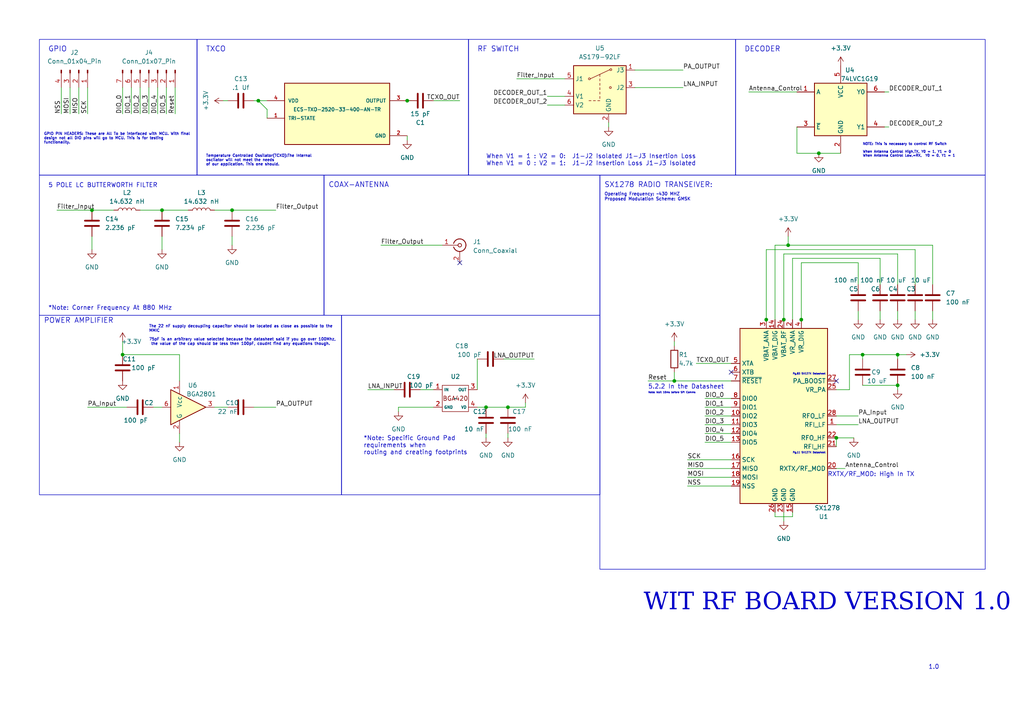
<source format=kicad_sch>
(kicad_sch (version 20230121) (generator eeschema)
  (paper "A4")
  (lib_symbols
    (symbol "74xGxx:74LVC1G19"
      (property "Reference" "U" (at -5.08 10.16 0))
      (property "Value" "74LVC1G19" (at 7.62 -10.16 0))
      (symbol "74LVC1G19_0_1"
        (rectangle (start -7.62 7.62) (end 7.62 -7.62) (stroke (width 0.254)) (fill (type background)))
      )
      (symbol "74LVC1G19_1_1"
        (pin input line (at -12.7 5.08 0) (length 5.08) (name "A") (number "1"))
        (pin power_in line (at 0 -12.7 90) (length 5.08) (name "GND") (number "2"))
        (pin input line (at -12.7 -5.08 0) (length 5.08) (name "~{E}") (number "3"))
        (pin output line (at 12.7 -5.08 180) (length 5.08) (name "Y1") (number "4"))
        (pin power_in line (at 0 12.7 270) (length 5.08) (name "VCC") (number "5"))
        (pin output line (at 12.7 5.08 180) (length 5.08) (name "Y0") (number "6"))
      )
    )
    (symbol "Connector:Conn_01x04_Pin" (pin_names (offset 1.016) hide)
      (property "Reference" "J" (at 0 5.08 0))
      (property "Value" "Conn_01x04_Pin" (at 0 -7.62 0))
      (symbol "Conn_01x04_Pin_1_1"
        (polyline (pts (xy 1.27 -5.08) (xy 0.8636 -5.08)) (stroke (width 0.1524)))
        (polyline (pts (xy 1.27 -2.54) (xy 0.8636 -2.54)) (stroke (width 0.1524)))
        (polyline (pts (xy 1.27 0) (xy 0.8636 0)) (stroke (width 0.1524)))
        (polyline (pts (xy 1.27 2.54) (xy 0.8636 2.54)) (stroke (width 0.1524)))
        (rectangle (start 0.8636 -4.953) (end 0 -5.207) (stroke (width 0.1524)) (fill (type outline)))
        (rectangle (start 0.8636 -2.413) (end 0 -2.667) (stroke (width 0.1524)) (fill (type outline)))
        (rectangle (start 0.8636 0.127) (end 0 -0.127) (stroke (width 0.1524)) (fill (type outline)))
        (rectangle (start 0.8636 2.667) (end 0 2.413) (stroke (width 0.1524)) (fill (type outline)))
        (pin passive line (at 5.08 2.54 180) (length 3.81) (name "Pin_1") (number "1"))
        (pin passive line (at 5.08 0 180) (length 3.81) (name "Pin_2") (number "2"))
        (pin passive line (at 5.08 -2.54 180) (length 3.81) (name "Pin_3") (number "3"))
        (pin passive line (at 5.08 -5.08 180) (length 3.81) (name "Pin_4") (number "4"))
      )
    )
    (symbol "Connector:Conn_01x07_Pin" (pin_names (offset 1.016) hide)
      (property "Reference" "J" (at 0 10.16 0))
      (property "Value" "Conn_01x07_Pin" (at 0 -10.16 0))
      (symbol "Conn_01x07_Pin_1_1"
        (polyline (pts (xy 1.27 -7.62) (xy 0.8636 -7.62)) (stroke (width 0.1524)))
        (polyline (pts (xy 1.27 -5.08) (xy 0.8636 -5.08)) (stroke (width 0.1524)))
        (polyline (pts (xy 1.27 -2.54) (xy 0.8636 -2.54)) (stroke (width 0.1524)))
        (polyline (pts (xy 1.27 0) (xy 0.8636 0)) (stroke (width 0.1524)))
        (polyline (pts (xy 1.27 2.54) (xy 0.8636 2.54)) (stroke (width 0.1524)))
        (polyline (pts (xy 1.27 5.08) (xy 0.8636 5.08)) (stroke (width 0.1524)))
        (polyline (pts (xy 1.27 7.62) (xy 0.8636 7.62)) (stroke (width 0.1524)))
        (rectangle (start 0.8636 -7.493) (end 0 -7.747) (stroke (width 0.1524)) (fill (type outline)))
        (rectangle (start 0.8636 -4.953) (end 0 -5.207) (stroke (width 0.1524)) (fill (type outline)))
        (rectangle (start 0.8636 -2.413) (end 0 -2.667) (stroke (width 0.1524)) (fill (type outline)))
        (rectangle (start 0.8636 0.127) (end 0 -0.127) (stroke (width 0.1524)) (fill (type outline)))
        (rectangle (start 0.8636 2.667) (end 0 2.413) (stroke (width 0.1524)) (fill (type outline)))
        (rectangle (start 0.8636 5.207) (end 0 4.953) (stroke (width 0.1524)) (fill (type outline)))
        (rectangle (start 0.8636 7.747) (end 0 7.493) (stroke (width 0.1524)) (fill (type outline)))
        (pin passive line (at 5.08 7.62 180) (length 3.81) (name "Pin_1") (number "1"))
        (pin passive line (at 5.08 5.08 180) (length 3.81) (name "Pin_2") (number "2"))
        (pin passive line (at 5.08 2.54 180) (length 3.81) (name "Pin_3") (number "3"))
        (pin passive line (at 5.08 0 180) (length 3.81) (name "Pin_4") (number "4"))
        (pin passive line (at 5.08 -2.54 180) (length 3.81) (name "Pin_5") (number "5"))
        (pin passive line (at 5.08 -5.08 180) (length 3.81) (name "Pin_6") (number "6"))
        (pin passive line (at 5.08 -7.62 180) (length 3.81) (name "Pin_7") (number "7"))
      )
    )
    (symbol "Connector:Conn_Coaxial" (pin_names (offset 1.016) hide)
      (property "Reference" "J" (at 0.254 3.048 0))
      (property "Value" "Conn_Coaxial" (at 2.921 0 90))
      (symbol "Conn_Coaxial_0_1"
        (arc (start -1.778 -0.508) (mid 0.2311 -1.8066) (end 1.778 0) (stroke (width 0.254)))
        (polyline (pts (xy -2.54 0) (xy -0.508 0)))
        (polyline (pts (xy 0 -2.54) (xy 0 -1.778)))
        (circle (center 0 0) (radius 0.508) (stroke (width 0.2032)))
        (arc (start 1.778 0) (mid 0.2099 1.8101) (end -1.778 0.508) (stroke (width 0.254)))
      )
      (symbol "Conn_Coaxial_1_1"
        (pin passive line (at -5.08 0 0) (length 2.54) (name "In") (number "1"))
        (pin passive line (at 0 -5.08 90) (length 2.54) (name "Ext") (number "2"))
      )
    )
    (symbol "Device:C" (pin_numbers hide) (pin_names (offset 0.254))
      (property "Reference" "C" (at 0.635 2.54 0))
      (property "Value" "C" (at 0.635 -2.54 0))
      (symbol "C_0_1"
        (polyline (pts (xy -2.032 -0.762) (xy 2.032 -0.762)) (stroke (width 0.508)))
        (polyline (pts (xy -2.032 0.762) (xy 2.032 0.762)) (stroke (width 0.508)))
      )
      (symbol "C_1_1"
        (pin passive line (at 0 3.81 270) (length 2.794) (name "~") (number "1"))
        (pin passive line (at 0 -3.81 90) (length 2.794) (name "~") (number "2"))
      )
    )
    (symbol "Device:L" (pin_numbers hide) (pin_names (offset 1.016) hide)
      (property "Reference" "L" (at -1.27 0 90))
      (property "Value" "L" (at 1.905 0 90))
      (symbol "L_0_1"
        (arc (start 0 -2.54) (mid 0.6323 -1.905) (end 0 -1.27))
        (arc (start 0 -1.27) (mid 0.6323 -0.635) (end 0 0))
        (arc (start 0 0) (mid 0.6323 0.635) (end 0 1.27))
        (arc (start 0 1.27) (mid 0.6323 1.905) (end 0 2.54))
      )
      (symbol "L_1_1"
        (pin passive line (at 0 3.81 270) (length 1.27) (name "1") (number "1"))
        (pin passive line (at 0 -3.81 90) (length 1.27) (name "2") (number "2"))
      )
    )
    (symbol "Device:R" (pin_numbers hide) (pin_names (offset 0))
      (property "Reference" "R" (at 2.032 0 90))
      (property "Value" "R" (at 0 0 90))
      (symbol "R_0_1"
        (rectangle (start -1.016 -2.54) (end 1.016 2.54) (stroke (width 0.254)))
      )
      (symbol "R_1_1"
        (pin passive line (at 0 3.81 270) (length 1.27) (name "~") (number "1"))
        (pin passive line (at 0 -3.81 90) (length 1.27) (name "~") (number "2"))
      )
    )
    (symbol "GND_1" (power) (pin_names (offset 0))
      (property "Value" "GND_1" (at 0 -5.08 0))
      (symbol "GND_1_0_1"
        (polyline (pts (xy 0 0) (xy 0 -1.27) (xy 1.27 -1.27) (xy 0 -2.54) (xy -1.27 -1.27) (xy 0 -1.27)))
      )
      (symbol "GND_1_1_1"
        (pin power_in line (at 0 0 270) (length 0) hide (name "GND") (number "1"))
      )
    )
    (symbol "Pico_Comm_Board:BGA420H6"
      (property "Reference" "U" (at 0 0 0))
      (symbol "BGA420H6_0_1"
        (rectangle (start -3.81 3.81) (end 3.81 -3.81))
      )
      (symbol "BGA420H6_1_1"
        (text "BGA420\n" (at 0 0 0) (effects (font (size 1.27 1.27))))
        (pin input line (at -6.35 2.54 0) (length 2.54) (name "IN") (number "1"))
        (pin input line (at -6.35 -2.54 0) (length 2.54) (name "GND") (number "2"))
        (pin input line (at 6.35 2.54 180) (length 2.54) (name "OUT") (number "3"))
        (pin input line (at 6.35 -2.54 180) (length 2.54) (name "VD") (number "4"))
      )
    )
    (symbol "RF:SX1278"
      (property "Reference" "U1" (at 1.9559 -27.94 0))
      (property "Value" "SX1278" (at 1.9559 -30.48 0))
      (symbol "SX1278_0_1"
        (rectangle (start -12.7 25.4) (end 12.7 -25.4) (stroke (width 0.254)) (fill (type background)))
      )
      (symbol "SX1278_1_1"
        (pin input line (at 15.24 -2.54 180) (length 2.54) (name "RFI_LF") (number "1"))
        (pin bidirectional line (at -15.24 0 0) (length 2.54) (name "DIO2") (number "10"))
        (pin bidirectional line (at -15.24 -2.54 0) (length 2.54) (name "DIO3") (number "11"))
        (pin bidirectional line (at -15.24 -5.08 0) (length 2.54) (name "DIO4") (number "12"))
        (pin bidirectional line (at -15.24 -7.62 0) (length 2.54) (name "DIO5") (number "13"))
        (pin power_in line (at -2.54 27.94 270) (length 2.54) (name "VBAT_DIG") (number "14"))
        (pin power_in line (at 2.54 -27.94 90) (length 2.54) (name "GND") (number "15"))
        (pin input line (at -15.24 -12.7 0) (length 2.54) (name "SCK") (number "16"))
        (pin output line (at -15.24 -15.24 0) (length 2.54) (name "MISO") (number "17"))
        (pin input line (at -15.24 -17.78 0) (length 2.54) (name "MOSI") (number "18"))
        (pin input line (at -15.24 -20.32 0) (length 2.54) (name "NSS") (number "19"))
        (pin power_in line (at 2.54 27.94 270) (length 2.54) (name "VR_ANA") (number "2"))
        (pin output line (at 15.24 -15.24 180) (length 2.54) (name "RXTX/RF_MOD") (number "20"))
        (pin passive line (at 2.54 -27.94 90) (length 2.54) hide (name "GND") (number "21"))
        (pin input line (at 15.24 -8.89 180) (length 2.54) (name "RFI_HF") (number "21"))
        (pin passive line (at 2.54 -27.94 90) (length 2.54) hide (name "GND") (number "22"))
        (pin input line (at 15.24 -6.35 180) (length 2.54) (name "RFO_HF") (number "22"))
        (pin input line (at 0 -27.94 90) (length 2.54) (name "GND") (number "23"))
        (pin passive line (at 2.54 -27.94 90) (length 2.54) hide (name "GND") (number "23"))
        (pin power_in line (at 0 27.94 270) (length 2.54) (name "VBAT_RF") (number "24"))
        (pin power_out line (at 15.24 7.62 180) (length 2.54) (name "VR_PA") (number "25"))
        (pin input line (at -2.54 -27.94 90) (length 2.54) (name "GND") (number "26"))
        (pin passive line (at 2.54 -27.94 90) (length 2.54) hide (name "GND") (number "26"))
        (pin power_out line (at 15.24 10.16 180) (length 2.54) (name "PA_BOOST") (number "27"))
        (pin output line (at 15.24 0 180) (length 2.54) (name "RFO_LF") (number "28"))
        (pin passive line (at 2.54 -27.94 90) (length 2.54) hide (name "GND") (number "29"))
        (pin power_in line (at -5.08 27.94 270) (length 2.54) (name "VBAT_ANA") (number "3"))
        (pin power_in line (at 5.08 27.94 270) (length 2.54) (name "VR_DIG") (number "4"))
        (pin bidirectional line (at -15.24 15.24 0) (length 2.54) (name "XTA") (number "5"))
        (pin bidirectional line (at -15.24 12.7 0) (length 2.54) (name "XTB") (number "6"))
        (pin input line (at -15.24 10.16 0) (length 2.54) (name "~{RESET}") (number "7"))
        (pin bidirectional line (at -15.24 5.08 0) (length 2.54) (name "DIO0") (number "8"))
        (pin bidirectional line (at -15.24 2.54 0) (length 2.54) (name "DIO1") (number "9"))
      )
    )
    (symbol "RF_Amplifier:BGA2801"
      (property "Reference" "U" (at 2.54 6.35 0))
      (property "Value" "BGA2801" (at 3.81 3.81 0))
      (symbol "BGA2801_0_1"
        (polyline (pts (xy 5.08 0) (xy -5.08 5.08) (xy -5.08 -5.08) (xy 5.08 0)) (stroke (width 0.254)) (fill (type background)))
      )
      (symbol "BGA2801_1_1"
        (pin power_in line (at -2.54 7.62 270) (length 3.81) (name "Vcc") (number "1"))
        (pin power_in line (at -2.54 -7.62 90) (length 3.81) (name "G") (number "2"))
        (pin output line (at 7.62 0 180) (length 2.54) (name "~") (number "3"))
        (pin passive line (at -2.54 -7.62 90) (length 3.81) hide (name "G") (number "4"))
        (pin passive line (at -2.54 -7.62 90) (length 3.81) hide (name "G") (number "5"))
        (pin input line (at -7.62 0 0) (length 2.54) (name "~") (number "6"))
      )
    )
    (symbol "RF_Switch:AS179-92LF"
      (property "Reference" "U" (at -7.62 7.62 0))
      (property "Value" "AS179-92LF" (at 2.54 7.62 0))
      (symbol "AS179-92LF_1_1"
        (circle (center -3.048 2.54) (radius 0.2794))
        (polyline (pts (xy -3.175 -3.81) (xy -2.54 -3.81)))
        (polyline (pts (xy -2.794 2.54) (xy 2.921 5.207)))
        (polyline (pts (xy -1.905 -3.81) (xy -1.27 -3.81)))
        (polyline (pts (xy -0.635 -3.81) (xy 0 -3.81)))
        (polyline (pts (xy 0 -3.175) (xy 0 -2.54)))
        (polyline (pts (xy 0 -1.905) (xy 0 -1.27)))
        (polyline (pts (xy 0 -0.635) (xy 0 0)))
        (polyline (pts (xy 0 0.635) (xy 0 1.27)))
        (polyline (pts (xy 0 1.905) (xy 0 2.54)))
        (polyline (pts (xy 0 3.175) (xy 0 3.81)))
        (circle (center 3.048 0) (radius 0.2794))
        (circle (center 3.175 5.207) (radius 0.2794))
        (rectangle (start 7.62 -7.62) (end -7.62 6.35) (stroke (width 0.254)) (fill (type background)))
        (pin passive line (at 10.16 5.08 180) (length 2.54) (name "J3") (number "1"))
        (pin power_in line (at 2.54 -10.16 90) (length 2.54) (name "GND") (number "2"))
        (pin passive line (at 10.16 0 180) (length 2.54) (name "J2") (number "3"))
        (pin input line (at -10.16 -2.54 0) (length 2.54) (name "V1") (number "4"))
        (pin passive line (at -10.16 2.54 0) (length 2.54) (name "J1") (number "5"))
        (pin input line (at -10.16 -5.08 0) (length 2.54) (name "V2") (number "6"))
      )
    )
    (symbol "TXCO #2:ECS-TXO-2520-33-400-AN-TR" (pin_names (offset 1.016))
      (property "Reference" "Y" (at -15.7743 7.8872 0))
      (property "Value" "ECS-TXO-2520-33-400-AN-TR" (at -15.7951 -12.2286 0))
      (symbol "ECS-TXO-2520-33-400-AN-TR_0_0"
        (rectangle (start -15.24 -10.16) (end 15.24 7.62) (stroke (width 0.254)) (fill (type background)))
        (pin input line (at -20.32 -2.54 0) (length 5.08) (name "TRI-STATE") (number "1"))
        (pin power_in line (at 20.32 -7.62 180) (length 5.08) (name "GND") (number "2"))
        (pin output line (at 20.32 2.54 180) (length 5.08) (name "OUTPUT") (number "3"))
        (pin input line (at -20.32 2.54 0) (length 5.08) (name "VDD") (number "4"))
      )
    )
    (symbol "power:+3.3V" (power) (pin_names (offset 0))
      (property "Value" "+3.3V" (at 0 3.556 0))
      (symbol "+3.3V_0_1"
        (polyline (pts (xy -0.762 1.27) (xy 0 2.54)))
        (polyline (pts (xy 0 0) (xy 0 2.54)))
        (polyline (pts (xy 0 2.54) (xy 0.762 1.27)))
      )
      (symbol "+3.3V_1_1"
        (pin power_in line (at 0 0 90) (length 0) hide (name "+3.3V") (number "1"))
      )
    )
    (symbol "power:GND" (power) (pin_names (offset 0))
      (property "Value" "GND" (at 0 -3.81 0))
      (symbol "GND_0_1"
        (polyline (pts (xy 0 0) (xy 0 -1.27) (xy 1.27 -1.27) (xy 0 -2.54) (xy -1.27 -1.27) (xy 0 -1.27)))
      )
      (symbol "GND_1_1"
        (pin power_in line (at 0 0 270) (length 0) hide (name "GND") (number "1"))
      )
    )
  )
  (junction (at 74.93 29.21))
  (junction (at 260.35 102.87))
  (junction (at 232.41 92.71))
  (junction (at 26.67 60.96))
  (junction (at 227.33 92.71))
  (junction (at 228.6 71.12))
  (junction (at 260.35 111.76))
  (junction (at 46.99 60.96))
  (junction (at 242.57 127))
  (junction (at 147.32 118.11))
  (junction (at 140.97 118.11))
  (junction (at 222.25 92.71))
  (junction (at 195.58 110.49))
  (junction (at 35.56 102.87))
  (junction (at 118.11 29.21))
  (junction (at 250.19 102.87))
  (junction (at 67.31 60.96))
  (junction (at 237.49 44.45))
  (no_connect (at 212.09 107.95))
  (no_connect (at 133.35 76.2))
  (no_connect (at 242.57 110.49))
  (wire (pts (xy 237.49 44.45) (xy 243.84 44.45)))
  (wire (pts (xy 25.4 118.11) (xy 36.83 118.11)))
  (wire (pts (xy 199.39 133.35) (xy 212.09 133.35)))
  (wire (pts (xy 25.4 25.4) (xy 25.4 33.02)))
  (wire (pts (xy 255.27 74.93) (xy 255.27 82.55)))
  (wire (pts (xy 212.09 128.27) (xy 204.47 128.27)))
  (wire (pts (xy 248.92 76.2) (xy 248.92 82.55)))
  (wire (pts (xy 121.92 113.03) (xy 125.73 113.03)))
  (wire (pts (xy 242.57 123.19) (xy 248.92 123.19)))
  (wire (pts (xy 45.72 25.4) (xy 45.72 33.02)))
  (wire (pts (xy 224.79 149.86) (xy 229.87 149.86)))
  (wire (pts (xy 158.75 30.48) (xy 163.83 30.48)))
  (wire (pts (xy 149.86 22.86) (xy 163.83 22.86)))
  (wire (pts (xy 260.35 102.87) (xy 262.89 102.87)))
  (wire (pts (xy 212.09 123.19) (xy 204.47 123.19)))
  (wire (pts (xy 35.56 102.87) (xy 52.07 102.87)))
  (wire (pts (xy 195.58 99.06) (xy 195.58 100.33)))
  (wire (pts (xy 229.87 74.93) (xy 255.27 74.93)))
  (wire (pts (xy 224.79 71.12) (xy 228.6 71.12)))
  (wire (pts (xy 199.39 135.89) (xy 212.09 135.89)))
  (wire (pts (xy 242.57 120.65) (xy 248.92 120.65)))
  (wire (pts (xy 227.33 92.71) (xy 227.33 93.98)))
  (wire (pts (xy 48.26 25.4) (xy 48.26 33.02)))
  (wire (pts (xy 46.99 60.96) (xy 54.61 60.96)))
  (wire (pts (xy 227.33 148.59) (xy 227.33 151.13)))
  (wire (pts (xy 74.93 29.21) (xy 77.47 29.21)))
  (wire (pts (xy 242.57 127) (xy 242.57 129.54)))
  (wire (pts (xy 40.64 25.4) (xy 40.64 33.02)))
  (wire (pts (xy 138.43 104.14) (xy 138.43 113.03)))
  (wire (pts (xy 224.79 148.59) (xy 224.79 149.86)))
  (wire (pts (xy 242.57 113.03) (xy 246.38 113.03)))
  (wire (pts (xy 77.47 34.29) (xy 77.47 31.75)))
  (wire (pts (xy 255.27 90.17) (xy 255.27 92.71)))
  (wire (pts (xy 265.43 90.17) (xy 265.43 92.71)))
  (wire (pts (xy 260.35 90.17) (xy 260.35 92.71)))
  (wire (pts (xy 222.25 72.39) (xy 222.25 92.71)))
  (wire (pts (xy 40.64 60.96) (xy 46.99 60.96)))
  (wire (pts (xy 147.32 125.73) (xy 147.32 127)))
  (wire (pts (xy 184.15 25.4) (xy 198.12 25.4)))
  (wire (pts (xy 260.35 73.66) (xy 260.35 82.55)))
  (wire (pts (xy 106.68 113.03) (xy 114.3 113.03)))
  (wire (pts (xy 62.23 60.96) (xy 67.31 60.96)))
  (wire (pts (xy 256.54 26.67) (xy 257.81 26.67)))
  (wire (pts (xy 217.17 26.67) (xy 231.14 26.67)))
  (wire (pts (xy 212.09 125.73) (xy 204.47 125.73)))
  (wire (pts (xy 212.09 118.11) (xy 204.47 118.11)))
  (wire (pts (xy 44.45 118.11) (xy 46.99 118.11)))
  (wire (pts (xy 231.14 36.83) (xy 231.14 44.45)))
  (wire (pts (xy 35.56 25.4) (xy 35.56 33.02)))
  (wire (pts (xy 195.58 107.95) (xy 195.58 110.49)))
  (wire (pts (xy 187.96 110.49) (xy 195.58 110.49)))
  (wire (pts (xy 176.53 35.56) (xy 176.53 36.83)))
  (wire (pts (xy 229.87 74.93) (xy 229.87 92.71)))
  (wire (pts (xy 77.47 31.75) (xy 74.93 29.21)))
  (wire (pts (xy 20.32 25.4) (xy 20.32 33.02)))
  (wire (pts (xy 146.05 104.14) (xy 154.94 104.14)))
  (wire (pts (xy 140.97 118.11) (xy 147.32 118.11)))
  (wire (pts (xy 115.57 118.11) (xy 125.73 118.11)))
  (wire (pts (xy 50.8 25.4) (xy 50.8 33.02)))
  (wire (pts (xy 199.39 140.97) (xy 212.09 140.97)))
  (wire (pts (xy 212.09 115.57) (xy 204.47 115.57)))
  (wire (pts (xy 17.78 25.4) (xy 17.78 33.02)))
  (wire (pts (xy 229.87 148.59) (xy 229.87 149.86)))
  (wire (pts (xy 62.23 118.11) (xy 66.04 118.11)))
  (wire (pts (xy 35.56 99.06) (xy 35.56 102.87)))
  (wire (pts (xy 212.09 120.65) (xy 204.47 120.65)))
  (wire (pts (xy 222.25 72.39) (xy 265.43 72.39)))
  (wire (pts (xy 22.86 25.4) (xy 22.86 33.02)))
  (wire (pts (xy 227.33 73.66) (xy 227.33 92.71)))
  (wire (pts (xy 140.97 125.73) (xy 140.97 127)))
  (wire (pts (xy 118.11 39.37) (xy 118.11 40.64)))
  (wire (pts (xy 52.07 102.87) (xy 52.07 110.49)))
  (wire (pts (xy 52.07 125.73) (xy 52.07 128.27)))
  (wire (pts (xy 201.93 105.41) (xy 212.09 105.41)))
  (wire (pts (xy 270.51 71.12) (xy 228.6 71.12)))
  (wire (pts (xy 199.39 138.43) (xy 212.09 138.43)))
  (wire (pts (xy 67.31 68.58) (xy 67.31 71.12)))
  (wire (pts (xy 246.38 102.87) (xy 246.38 113.03)))
  (wire (pts (xy 222.25 92.71) (xy 222.25 93.98)))
  (wire (pts (xy 260.35 102.87) (xy 260.35 104.14)))
  (wire (pts (xy 265.43 72.39) (xy 265.43 82.55)))
  (wire (pts (xy 228.6 68.58) (xy 228.6 71.12)))
  (wire (pts (xy 232.41 76.2) (xy 232.41 92.71)))
  (wire (pts (xy 260.35 111.76) (xy 260.35 113.03)))
  (wire (pts (xy 270.51 90.17) (xy 270.51 92.71)))
  (wire (pts (xy 248.92 90.17) (xy 248.92 92.71)))
  (wire (pts (xy 138.43 118.11) (xy 140.97 118.11)))
  (wire (pts (xy 242.57 127) (xy 247.65 127)))
  (wire (pts (xy 242.57 135.89) (xy 245.11 135.89)))
  (wire (pts (xy 246.38 102.87) (xy 250.19 102.87)))
  (wire (pts (xy 46.99 68.58) (xy 46.99 72.39)))
  (wire (pts (xy 232.41 76.2) (xy 248.92 76.2)))
  (wire (pts (xy 256.54 36.83) (xy 257.81 36.83)))
  (wire (pts (xy 26.67 60.96) (xy 33.02 60.96)))
  (wire (pts (xy 250.19 111.76) (xy 260.35 111.76)))
  (wire (pts (xy 270.51 71.12) (xy 270.51 82.55)))
  (wire (pts (xy 125.73 29.21) (xy 133.35 29.21)))
  (wire (pts (xy 118.11 29.21) (xy 119.38 29.21)))
  (wire (pts (xy 110.49 71.12) (xy 128.27 71.12)))
  (wire (pts (xy 115.57 118.11) (xy 115.57 119.38)))
  (wire (pts (xy 250.19 102.87) (xy 260.35 102.87)))
  (wire (pts (xy 231.14 44.45) (xy 237.49 44.45)))
  (wire (pts (xy 26.67 68.58) (xy 26.67 72.39)))
  (wire (pts (xy 250.19 104.14) (xy 250.19 102.87)))
  (wire (pts (xy 38.1 25.4) (xy 38.1 33.02)))
  (wire (pts (xy 195.58 110.49) (xy 212.09 110.49)))
  (wire (pts (xy 64.77 29.21) (xy 66.04 29.21)))
  (wire (pts (xy 73.66 118.11) (xy 80.01 118.11)))
  (wire (pts (xy 232.41 92.71) (xy 232.41 93.98)))
  (wire (pts (xy 227.33 73.66) (xy 260.35 73.66)))
  (wire (pts (xy 152.4 116.84) (xy 152.4 118.11)))
  (wire (pts (xy 224.79 71.12) (xy 224.79 92.71)))
  (wire (pts (xy 73.66 29.21) (xy 74.93 29.21)))
  (wire (pts (xy 158.75 27.94) (xy 163.83 27.94)))
  (wire (pts (xy 147.32 118.11) (xy 152.4 118.11)))
  (wire (pts (xy 43.18 25.4) (xy 43.18 33.02)))
  (wire (pts (xy 184.15 20.32) (xy 198.12 20.32)))
  (wire (pts (xy 16.51 60.96) (xy 26.67 60.96)))
  (wire (pts (xy 67.31 60.96) (xy 80.01 60.96)))
  (rectangle (start 93.98 50.8) (end 173.99 91.44))
  (rectangle (start 135.89 11.43) (end 213.36 50.8))
  (rectangle (start 11.43 11.43) (end 57.15 50.8))
  (rectangle (start 173.99 50.8) (end 285.75 165.1))
  (rectangle (start 11.43 50.8) (end 93.98 91.44))
  (rectangle (start 57.15 11.43) (end 135.89 50.8))
  (rectangle (start 99.06 91.44) (end 173.99 143.51))
  (rectangle (start 11.43 91.44) (end 99.06 143.51))
  (rectangle (start 213.36 11.43) (end 285.75 50.8))
  (text "*Note: Specific Ground Pad \nrequirements when \nrouting and creating footprints" (at 105.41 132.08 0) (effects (font (size 1.27 1.27)) (justify left bottom)))
  (text "Pg.83 SX127X Datasheet\n\n\n" (at 229.87 110.49 0) (effects (font (size 0.5 0.5)) (justify left bottom)))
  (text "COAX-ANTENNA\n" (at 95.25 54.61 0) (effects (font (size 1.5 1.5)) (justify left bottom)))
  (text "The 22 nF supply decoupling capacitor should be located as close as possible to the\nMMIC" (at 43.18 96.52 0) (effects (font (size 0.8 0.8)) (justify left bottom)))
  (text "RF SWITCH" (at 138.43 15.24 0) (effects (font (size 1.5 1.5)) (justify left bottom)))
  (text "Temperature Controlled Ossilator(TCXO):The Internal \noscilator will not meet the needs \nof our application. This one should." (at 59.69 48.26 0) (effects (font (size 0.77 0.77)) (justify left bottom)))
  (text "TXCO\n" (at 59.69 15.24 0) (effects (font (size 1.5 1.5)) (justify left bottom)))
  (text "75pF is an arbitrary value selected because the datasheet said if you go over 100Mhz,\n the value of the cap should be less then 100pF, coudnt find any equations though." (at 43.18 100.33 0) (effects (font (size 0.8 0.8)) (justify left bottom)))
  (text "Pg.11 SX127X Datasheet\n\n\n" (at 229.87 133.35 0) (effects (font (size 0.5 0.5)) (justify left bottom)))
  (text "POWER AMPLIFIER" (at 12.7 93.98 0) (effects (font (size 1.5 1.5)) (justify left bottom)))
  (text "GPIO PIN HEADERS: These are All To be interfaced with MCU. With final\ndesign not all DIO pins will go to MCU. This is for testing \nfunctionality.\n" (at 12.7 41.91 0) (effects (font (size 0.77 0.77)) (justify left bottom)))
  (text "RXTX/RF_MOD: High In TX\n" (at 240.03 138.43 0) (effects (font (size 1.27 1.27)) (justify left bottom)))
  (text "NOTE: This is necassary to control RF Switch\n\nWhen Antenna Control High,TX, Y0 = 1, Y1 = 0\nWhen Antenna Control Low,=RX,  Y0 = 0, Y1 = 1" (at 250.19 45.72 0) (effects (font (size 0.7 0.7)) (justify left bottom)))
  (text "5 POLE LC BUTTERWORTH FILTER" (at 13.97 54.61 0) (effects (font (size 1.27 1.27)) (justify left bottom)))
  (text "WIT RF BOARD VERSION 1.0\n" (at 186.69 179.07 0) (effects (font (size 5 5)) (justify left bottom)))
  (text "GPIO\n" (at 13.97 15.24 0) (effects (font (size 1.5 1.5)) (justify left bottom)))
  (text "Note: Wait 10ms before SPI Comms\n" (at 187.96 114.3 0) (effects (font (size 0.5 0.5)) (justify left bottom)))
  (text "1.0\n" (at 269.24 194.31 0) (effects (font (size 1.27 1.27)) (justify left bottom)))
  (text "*Note: Corner Frequency At 880 MHz\n" (at 13.97 90.17 0) (effects (font (size 1.27 1.27)) (justify left bottom)))
  (text "Operating Frequency: ~430 MHZ\nProposed Modulation Scheme: GMSK\n" (at 175.26 58.42 0) (effects (font (size 0.9 0.9)) (justify left bottom)))
  (text "When V1 = 1 : V2 = 0:  J1-J2 Isolated J1-J3 Insertion Loss\nWhen V1 = 0 : V2 = 1:  J1-J2 Insertion Loss J1-J3 Isolated\n" (at 140.97 48.26 0) (effects (font (size 1.27 1.27)) (justify left bottom)))
  (text "SX1278 RADIO TRANSEIVER:\n" (at 175.26 54.61 0) (effects (font (size 1.5 1.5)) (justify left bottom)))
  (text "DECODER\n" (at 215.9 15.24 0) (effects (font (size 1.5 1.5)) (justify left bottom)))
  (text "5.2.2 In the Datasheet\n" (at 187.96 113.03 0) (effects (font (size 1.27 1.27)) (justify left bottom)))
  (label "NSS" (at 199.39 140.97 0))
  (label "Antenna_Control" (at 245.11 135.89 0))
  (label "LNA_OUTPUT" (at 248.92 123.19 0))
  (label "PA_Input" (at 25.4 118.11 0))
  (label "DIO_1" (at 38.1 33.02 90))
  (label "MOSI" (at 20.32 33.02 90))
  (label "MISO" (at 22.86 33.02 90))
  (label "DIO_3" (at 43.18 33.02 90))
  (label "DECODER_OUT_1" (at 158.75 27.94 180))
  (label "TCXO_OUT" (at 133.35 29.21 180))
  (label "Filter_Output" (at 110.49 71.12 0))
  (label "PA_OUTPUT" (at 80.01 118.11 0))
  (label "LNA_INPUT" (at 198.12 25.4 0))
  (label "DIO_4" (at 204.47 125.73 0))
  (label "NSS" (at 17.78 33.02 90))
  (label "DIO_1" (at 204.47 118.11 0))
  (label "MOSI" (at 199.39 138.43 0))
  (label "Filter_Input" (at 149.86 22.86 0))
  (label "DIO_0" (at 35.56 33.02 90))
  (label "LNA_INPUT" (at 106.68 113.03 0))
  (label "DECODER_OUT_2" (at 257.81 36.83 0))
  (label "PA_Input" (at 248.92 120.65 0))
  (label "DIO_3" (at 204.47 123.19 0))
  (label "Antenna_Control" (at 217.17 26.67 0))
  (label "Filter_Output" (at 80.01 60.96 0))
  (label "Reset" (at 50.8 33.02 90))
  (label "MISO" (at 199.39 135.89 0))
  (label "PA_OUTPUT" (at 198.12 20.32 0))
  (label "LNA_OUTPUT" (at 154.94 104.14 180))
  (label "Filter_Input" (at 16.51 60.96 0))
  (label "DECODER_OUT_2" (at 158.75 30.48 180))
  (label "DIO_2" (at 40.64 33.02 90))
  (label "TCXO_OUT" (at 201.93 105.41 0))
  (label "DECODER_OUT_1" (at 257.81 26.67 0))
  (label "DIO_5" (at 204.47 128.27 0))
  (label "Reset" (at 187.96 110.49 0))
  (label "DIO_5" (at 48.26 33.02 90))
  (label "DIO_4" (at 45.72 33.02 90))
  (label "SCK" (at 199.39 133.35 0))
  (label "SCK" (at 25.4 33.02 90))
  (label "DIO_0" (at 204.47 115.57 0))
  (label "DIO_2" (at 204.47 120.65 0))
  (symbol (lib_id "power:+3.3V") (at 228.6 68.58 0) (unit 1)
    (property "Reference" "#PWR013" (effects hide))
    (property "Value" "+3.3V" (at 228.6 63.5 0))
  )
  (symbol (lib_id "Device:C") (at 67.31 64.77 0) (unit 1)
    (property "Reference" "C16" (at 71.12 63.5 0) (effects (justify left)))
    (property "Value" "2.236 pF" (at 71.12 66.04 0) (effects (justify left)))
  )
  (symbol (lib_id "Device:R") (at 195.58 104.14 0) (unit 1)
    (property "Reference" "R1" (at 196.85 102.87 0) (effects (justify left)))
    (property "Value" "4.7k" (at 196.85 105.41 0) (effects (justify left)))
  )
  (symbol (lib_id "Device:C") (at 121.92 29.21 90) (unit 1)
    (property "Reference" "C1" (at 121.92 35.56 90))
    (property "Value" "15 pF" (at 121.92 33.02 90))
  )
  (symbol (lib_id "power:GND") (at 52.07 128.27 0) (unit 1)
    (property "Reference" "#PWR018" (effects hide))
    (property "Value" "GND" (at 52.07 133.35 0))
  )
  (symbol (lib_id "Device:L") (at 36.83 60.96 90) (unit 1)
    (property "Reference" "L2" (at 36.83 55.88 90))
    (property "Value" "14.632 nH" (at 36.83 58.42 90))
  )
  (symbol (lib_id "Device:C") (at 35.56 106.68 180) (unit 1)
    (property "Reference" "C11" (at 35.56 104.14 0) (effects (justify right)))
    (property "Value" "100 pF" (at 38.1 106.68 0) (effects (justify right)))
  )
  (symbol (lib_id "power:GND") (at 118.11 40.64 0) (unit 1)
    (property "Reference" "#PWR06" (effects hide))
    (property "Value" "GND" (at 118.11 45.72 0))
  )
  (symbol (lib_id "Device:C") (at 248.92 86.36 0) (mirror y) (unit 1)
    (property "Reference" "C5" (at 248.92 83.82 0) (effects (justify left)))
    (property "Value" "100 nF" (at 248.92 81.28 0) (effects (justify left)))
  )
  (symbol (lib_id "Connector:Conn_Coaxial") (at 133.35 71.12 0) (unit 1)
    (property "Reference" "J1" (at 137.16 70.1432 0) (effects (justify left)))
    (property "Value" "Conn_Coaxial" (at 137.16 72.6832 0) (effects (justify left)))
    (property "Datasheet" " ~" (effects hide))
  )
  (symbol (lib_id "Connector:Conn_01x07_Pin") (at 43.18 20.32 270) (unit 1)
    (property "Reference" "J4" (at 43.18 15.24 90))
    (property "Value" "Conn_01x07_Pin" (at 43.18 17.78 90))
  )
  (symbol (lib_id "power:GND") (at 176.53 36.83 0) (unit 1)
    (property "Reference" "#PWR05" (effects hide))
    (property "Value" "GND" (at 176.53 41.91 0))
  )
  (symbol (lib_id "power:+3.3V") (at 243.84 19.05 0) (unit 1)
    (property "Reference" "#PWR02" (effects hide))
    (property "Value" "+3.3V" (at 243.84 13.97 0))
  )
  (symbol (lib_id "power:GND") (at 35.56 110.49 0) (unit 1)
    (property "Reference" "#PWR019" (effects hide))
    (property "Value" "GND" (at 35.56 115.57 0))
  )
  (symbol (lib_name "GND_1") (lib_id "power:GND") (at 237.49 44.45 0) (unit 1)
    (property "Reference" "#PWR01" (effects hide))
    (property "Value" "GND" (at 237.49 49.53 0))
  )
  (symbol (lib_id "Pico_Comm_Board:BGA420H6") (at 132.08 115.57 0) (unit 1)
    (property "Reference" "U2" (at 132.08 109.22 0))
    (property "Value" "~" (at 132.08 115.57 0))
  )
  (symbol (lib_id "Device:C") (at 270.51 86.36 0) (unit 1)
    (property "Reference" "C7" (at 274.32 85.09 0) (effects (justify left)))
    (property "Value" "100 nF" (at 274.32 87.63 0) (effects (justify left)))
  )
  (symbol (lib_id "Device:C") (at 265.43 86.36 0) (unit 1)
    (property "Reference" "C3" (at 262.89 83.82 0) (effects (justify left)))
    (property "Value" "10 uF" (at 264.16 81.28 0) (effects (justify left)))
  )
  (symbol (lib_id "Device:C") (at 26.67 64.77 0) (unit 1)
    (property "Reference" "C14" (at 30.48 63.5 0) (effects (justify left)))
    (property "Value" "2.236 pF" (at 30.48 66.04 0) (effects (justify left)))
  )
  (symbol (lib_id "Device:C") (at 260.35 86.36 0) (mirror y) (unit 1)
    (property "Reference" "C4" (at 260.35 83.82 0) (effects (justify left)))
    (property "Value" "10 uF" (at 262.89 81.28 0) (effects (justify left)))
  )
  (symbol (lib_id "Device:C") (at 118.11 113.03 90) (unit 1)
    (property "Reference" "C19" (at 121.92 109.22 90) (effects (justify left)))
    (property "Value" "100 pF" (at 125.73 111.76 90) (effects (justify left)))
  )
  (symbol (lib_id "power:+3.3V") (at 262.89 102.87 270) (unit 1)
    (property "Reference" "#PWR014" (effects hide))
    (property "Value" "+3.3V" (at 266.7 102.87 90) (effects (justify left)))
  )
  (symbol (lib_id "power:GND") (at 247.65 127 0) (unit 1)
    (property "Reference" "#PWR016" (effects hide))
    (property "Value" "GND" (at 247.65 132.08 0))
  )
  (symbol (lib_id "power:GND") (at 255.27 92.71 0) (unit 1)
    (property "Reference" "#PWR09" (effects hide))
    (property "Value" "GND" (at 255.27 97.79 0))
  )
  (symbol (lib_id "Device:C") (at 46.99 64.77 0) (unit 1)
    (property "Reference" "C15" (at 50.8 63.5 0) (effects (justify left)))
    (property "Value" "7.234 pF" (at 50.8 66.04 0) (effects (justify left)))
  )
  (symbol (lib_id "Device:C") (at 255.27 86.36 0) (mirror y) (unit 1)
    (property "Reference" "C6" (at 255.27 83.82 0) (effects (justify left)))
    (property "Value" "100 nF" (at 256.54 81.28 0) (effects (justify left)))
  )
  (symbol (lib_id "RF_Switch:AS179-92LF") (at 173.99 25.4 0) (unit 1)
    (property "Reference" "U5" (at 173.99 13.97 0))
    (property "Value" "AS179-92LF" (at 173.99 16.51 0))
    (property "Footprint" "Package_TO_SOT_SMD:SOT-363_SC-70-6" (effects hide))
    (property "Datasheet" "http://www.skyworksinc.com/uploads/documents/AS179_92LF_200176H.pdf" (effects hide))
  )
  (symbol (lib_id "Connector:Conn_01x04_Pin") (at 22.86 20.32 270) (unit 1)
    (property "Reference" "J2" (at 21.59 15.24 90))
    (property "Value" "Conn_01x04_Pin" (at 21.59 17.78 90))
  )
  (symbol (lib_id "Device:C") (at 69.85 118.11 90) (unit 1)
    (property "Reference" "C10" (at 67.31 116.84 90))
    (property "Value" "22 nF" (at 66.04 119.38 90))
  )
  (symbol (lib_id "power:GND") (at 248.92 92.71 0) (unit 1)
    (property "Reference" "#PWR08" (effects hide))
    (property "Value" "GND" (at 248.92 97.79 0))
  )
  (symbol (lib_id "power:GND") (at 140.97 127 0) (unit 1)
    (property "Reference" "#PWR024" (effects hide))
    (property "Value" "GND" (at 140.97 132.08 0))
  )
  (symbol (lib_id "Device:L") (at 58.42 60.96 90) (unit 1)
    (property "Reference" "L3" (at 58.42 55.88 90))
    (property "Value" "14.632 nH" (at 58.42 58.42 90))
  )
  (symbol (lib_id "power:GND") (at 147.32 127 0) (unit 1)
    (property "Reference" "#PWR025" (effects hide))
    (property "Value" "GND" (at 147.32 132.08 0))
  )
  (symbol (lib_id "power:GND") (at 67.31 71.12 0) (unit 1)
    (property "Reference" "#PWR022" (effects hide))
    (property "Value" "GND" (at 67.31 76.2 0))
  )
  (symbol (lib_id "RF:SX1278") (at 227.33 120.65 0) (unit 1)
    (property "Reference" "U1" (at 237.49 149.86 0) (effects (justify left)))
    (property "Value" "SX1278" (at 236.22 147.32 0) (effects (justify left)))
    (property "Footprint" "Package_DFN_QFN:QFN-28-1EP_6x6mm_P0.65mm_EP4.8x4.8mm" (effects hide))
    (property "Datasheet" "https://semtech.my.salesforce.com/sfc/p/#E0000000JelG/a/2R0000001Rbr/6EfVZUorrpoKFfvaF_Fkpgp5kzjiNyiAbqcpqh9qSjE" (effects hide))
  )
  (symbol (lib_id "power:GND") (at 115.57 119.38 0) (unit 1)
    (property "Reference" "#PWR026" (effects hide))
    (property "Value" "GND" (at 115.57 124.46 0))
  )
  (symbol (lib_id "Device:C") (at 140.97 121.92 0) (unit 1)
    (property "Reference" "C12" (at 137.16 119.38 0) (effects (justify left)))
    (property "Value" "10 nF" (at 134.62 124.46 0) (effects (justify left)))
  )
  (symbol (lib_id "74xGxx:74LVC1G19") (at 243.84 31.75 0) (unit 1)
    (property "Reference" "U4" (at 245.11 20.32 0) (effects (justify left)))
    (property "Value" "74LVC1G19" (at 243.84 22.86 0) (effects (justify left)))
    (property "Datasheet" "http://www.ti.com/lit/sg/scyt129e/scyt129e.pdf" (effects hide))
  )
  (symbol (lib_id "power:+3.3V") (at 64.77 29.21 90) (unit 1)
    (property "Reference" "#PWR017" (effects hide))
    (property "Value" "+3.3V" (at 59.69 29.21 0))
  )
  (symbol (lib_id "Device:C") (at 40.64 118.11 90) (unit 1)
    (property "Reference" "C2" (at 43.18 116.84 90))
    (property "Value" "100 pF" (at 39.37 121.92 90))
  )
  (symbol (lib_id "Device:C") (at 260.35 107.95 0) (unit 1)
    (property "Reference" "C8" (at 264.16 106.68 0) (effects (justify left)))
    (property "Value" "100 nF" (at 264.16 109.22 0) (effects (justify left)))
  )
  (symbol (lib_id "power:+3.3V") (at 35.56 99.06 0) (unit 1)
    (property "Reference" "#PWR07" (effects hide))
    (property "Value" "+3.3V" (at 38.1 99.06 0))
  )
  (symbol (lib_id "RF_Amplifier:BGA2801") (at 54.61 118.11 0) (unit 1)
    (property "Reference" "U6" (at 55.88 111.76 0))
    (property "Value" "BGA2801" (at 58.42 114.3 0))
    (property "Footprint" "Package_TO_SOT_SMD:SOT-363_SC-70-6" (effects hide))
    (property "Datasheet" "https://www.nxp.com/docs/en/data-sheet/BGA2801.pdf" (effects hide))
  )
  (symbol (lib_id "power:GND") (at 270.51 92.71 0) (unit 1)
    (property "Reference" "#PWR012" (effects hide))
    (property "Value" "GND" (at 270.51 97.79 0))
  )
  (symbol (lib_id "power:GND") (at 46.99 72.39 0) (unit 1)
    (property "Reference" "#PWR021" (effects hide))
    (property "Value" "GND" (at 46.99 77.47 0))
  )
  (symbol (lib_id "Device:C") (at 147.32 121.92 0) (unit 1)
    (property "Reference" "C17" (at 148.59 119.38 0) (effects (justify left)))
    (property "Value" "100 nF" (at 147.32 124.46 0) (effects (justify left)))
  )
  (symbol (lib_id "Device:C") (at 142.24 104.14 90) (unit 1)
    (property "Reference" "C18" (at 135.89 100.33 90) (effects (justify left)))
    (property "Value" "100 pF" (at 139.7 102.87 90) (effects (justify left)))
  )
  (symbol (lib_id "power:GND") (at 260.35 92.71 0) (unit 1)
    (property "Reference" "#PWR010" (effects hide))
    (property "Value" "GND" (at 260.35 97.79 0))
  )
  (symbol (lib_id "power:GND") (at 260.35 113.03 0) (unit 1)
    (property "Reference" "#PWR015" (effects hide))
    (property "Value" "GND" (at 260.35 118.11 0))
  )
  (symbol (lib_id "Device:C") (at 69.85 29.21 270) (unit 1)
    (property "Reference" "C13" (at 69.85 22.86 90))
    (property "Value" ".1 Uf" (at 69.85 25.4 90))
  )
  (symbol (lib_id "TXCO #2:ECS-TXO-2520-33-400-AN-TR") (at 97.79 31.75 0) (unit 1)
    (property "Reference" "Y1" (effects hide))
    (property "Value" "ECS-TXO-2520-33-400-AN-TR" (at 97.79 31.75 0) (effects (font (size 1 1))))
    (property "Footprint" "OSC_ECS-TXO-2520-33-400-AN-TR" (effects hide))
    (property "PARTREV" "2017" (effects hide))
    (property "MANUFACTURER" "ECS INC" (effects hide))
    (property "STANDARD" "Manufcaturer Recommendations" (effects hide))
  )
  (symbol (lib_id "power:GND") (at 227.33 151.13 0) (unit 1)
    (property "Reference" "#PWR04" (effects hide))
    (property "Value" "GND" (at 227.33 156.21 0))
  )
  (symbol (lib_id "power:GND") (at 26.67 72.39 0) (unit 1)
    (property "Reference" "#PWR020" (effects hide))
    (property "Value" "GND" (at 26.67 77.47 0))
  )
  (symbol (lib_id "power:+3.3V") (at 152.4 116.84 0) (unit 1)
    (property "Reference" "#PWR023" (effects hide))
    (property "Value" "+3.3V" (at 152.4 111.76 0))
  )
  (symbol (lib_id "Device:C") (at 250.19 107.95 0) (unit 1)
    (property "Reference" "C9" (at 252.73 107.95 0) (effects (justify left)))
    (property "Value" "10 uF" (at 251.46 110.49 0) (effects (justify left)))
  )
  (symbol (lib_id "power:GND") (at 265.43 92.71 0) (unit 1)
    (property "Reference" "#PWR011" (effects hide))
    (property "Value" "GND" (at 265.43 97.79 0))
  )
  (symbol (lib_id "power:+3.3V") (at 195.58 99.06 0) (unit 1)
    (property "Reference" "#PWR03" (effects hide))
    (property "Value" "+3.3V" (at 195.58 93.98 0))
  )
)
</source>
